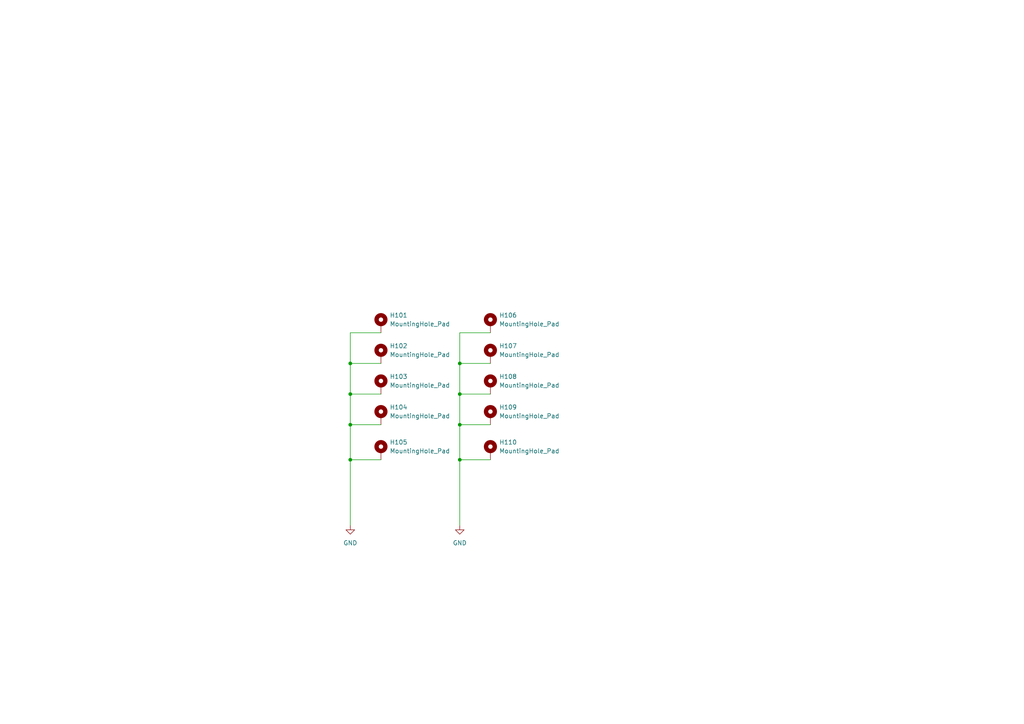
<source format=kicad_sch>
(kicad_sch (version 20231120) (generator "eeschema") (generator_version "8.0")
  (paper "A4")
  (title_block (title "bac Magnetorquer Placeholder XY 3U v1") (date "2025-03-20") (rev "2") (company "Build a CubeSat") (comment 1 "Manuel Imboden") (comment 2 "CC BY-SA 4.0") (comment 3 "https://buildacubesat.space"))
  (lib_symbols
    (symbol "Mechanical:MountingHole_Pad" (pin_numbers hide) (pin_names (offset 1.016) hide) (exclude_from_sim yes) (in_bom no)
      (property "Reference" "H" (at 0 6.35 0))
      (property "Value" "MountingHole_Pad" (at 0 4.445 0))
      (symbol "MountingHole_Pad_0_1"
        (circle (center 0 1.27) (radius 1.27) (stroke (width 1.27)))
      )
      (symbol "MountingHole_Pad_1_1"
        (pin input line (at 0 -2.54 90) (length 2.54) (name "1") (number "1"))
      )
    )
    (symbol "power:GND" (power) (pin_numbers hide) (pin_names (offset 0) hide)
      (property "Value" "GND" (at 0 -3.81 0))
      (symbol "GND_0_1"
        (polyline (pts (xy 0 0) (xy 0 -1.27) (xy 1.27 -1.27) (xy 0 -2.54) (xy -1.27 -1.27) (xy 0 -1.27)))
      )
      (symbol "GND_1_1"
        (pin power_in line (at 0 0 270) (length 0) (name "~") (number "1"))
      )
    )
  )
  (junction (at 101.6 105.41))
  (junction (at 133.35 133.35))
  (junction (at 101.6 133.35))
  (junction (at 133.35 114.3))
  (junction (at 133.35 105.41))
  (junction (at 101.6 114.3))
  (junction (at 101.6 123.19))
  (junction (at 133.35 123.19))
  (wire (pts (xy 101.6 133.35) (xy 101.6 152.4)))
  (wire (pts (xy 133.35 133.35) (xy 133.35 152.4)))
  (wire (pts (xy 101.6 114.3) (xy 110.49 114.3)))
  (wire (pts (xy 133.35 96.52) (xy 133.35 105.41)))
  (wire (pts (xy 101.6 105.41) (xy 101.6 114.3)))
  (wire (pts (xy 101.6 133.35) (xy 110.49 133.35)))
  (wire (pts (xy 133.35 133.35) (xy 142.24 133.35)))
  (wire (pts (xy 133.35 114.3) (xy 142.24 114.3)))
  (wire (pts (xy 101.6 96.52) (xy 101.6 105.41)))
  (wire (pts (xy 133.35 105.41) (xy 133.35 114.3)))
  (wire (pts (xy 142.24 96.52) (xy 133.35 96.52)))
  (wire (pts (xy 101.6 114.3) (xy 101.6 123.19)))
  (wire (pts (xy 110.49 96.52) (xy 101.6 96.52)))
  (wire (pts (xy 101.6 123.19) (xy 101.6 133.35)))
  (wire (pts (xy 133.35 123.19) (xy 133.35 133.35)))
  (wire (pts (xy 101.6 105.41) (xy 110.49 105.41)))
  (wire (pts (xy 133.35 105.41) (xy 142.24 105.41)))
  (wire (pts (xy 133.35 114.3) (xy 133.35 123.19)))
  (wire (pts (xy 101.6 123.19) (xy 110.49 123.19)))
  (wire (pts (xy 133.35 123.19) (xy 142.24 123.19)))
  (symbol (lib_id "Mechanical:MountingHole_Pad") (at 110.49 93.98 0) (unit 1) (exclude_from_sim yes) (in_bom no)
    (property "Reference" "H101" (at 113.03 91.4399 0) (effects (justify left)))
    (property "Value" "MountingHole_Pad" (at 113.03 93.9799 0) (effects (justify left)))
    (property "Footprint" "MountingHole:MountingHole_3.2mm_M3_ISO14580_Pad_TopBottom" (effects (hide yes)))
    (property "Description" "Mounting Hole with connection" (effects (hide yes)))
  )
  (symbol (lib_id "Mechanical:MountingHole_Pad") (at 142.24 130.81 0) (unit 1) (exclude_from_sim yes) (in_bom no)
    (property "Reference" "H110" (at 144.78 128.2699 0) (effects (justify left)))
    (property "Value" "MountingHole_Pad" (at 144.78 130.8099 0) (effects (justify left)))
    (property "Footprint" "MountingHole:MountingHole_3.2mm_M3_ISO14580_Pad_TopBottom" (effects (hide yes)))
    (property "Description" "Mounting Hole with connection" (effects (hide yes)))
  )
  (symbol (lib_id "Mechanical:MountingHole_Pad") (at 110.49 120.65 0) (unit 1) (exclude_from_sim yes) (in_bom no)
    (property "Reference" "H104" (at 113.03 118.1099 0) (effects (justify left)))
    (property "Value" "MountingHole_Pad" (at 113.03 120.6499 0) (effects (justify left)))
    (property "Footprint" "MountingHole:MountingHole_3.2mm_M3_ISO14580_Pad_TopBottom" (effects (hide yes)))
    (property "Description" "Mounting Hole with connection" (effects (hide yes)))
  )
  (symbol (lib_id "Mechanical:MountingHole_Pad") (at 142.24 93.98 0) (unit 1) (exclude_from_sim yes) (in_bom no)
    (property "Reference" "H106" (at 144.78 91.4399 0) (effects (justify left)))
    (property "Value" "MountingHole_Pad" (at 144.78 93.9799 0) (effects (justify left)))
    (property "Footprint" "MountingHole:MountingHole_3.2mm_M3_ISO14580_Pad_TopBottom" (effects (hide yes)))
    (property "Description" "Mounting Hole with connection" (effects (hide yes)))
  )
  (symbol (lib_id "Mechanical:MountingHole_Pad") (at 142.24 102.87 0) (unit 1) (exclude_from_sim yes) (in_bom no)
    (property "Reference" "H107" (at 144.78 100.3299 0) (effects (justify left)))
    (property "Value" "MountingHole_Pad" (at 144.78 102.8699 0) (effects (justify left)))
    (property "Footprint" "MountingHole:MountingHole_3.2mm_M3_ISO14580_Pad_TopBottom" (effects (hide yes)))
    (property "Description" "Mounting Hole with connection" (effects (hide yes)))
  )
  (symbol (lib_id "Mechanical:MountingHole_Pad") (at 142.24 111.76 0) (unit 1) (exclude_from_sim yes) (in_bom no)
    (property "Reference" "H108" (at 144.78 109.2199 0) (effects (justify left)))
    (property "Value" "MountingHole_Pad" (at 144.78 111.7599 0) (effects (justify left)))
    (property "Footprint" "MountingHole:MountingHole_3.2mm_M3_ISO14580_Pad_TopBottom" (effects (hide yes)))
    (property "Description" "Mounting Hole with connection" (effects (hide yes)))
  )
  (symbol (lib_id "Mechanical:MountingHole_Pad") (at 110.49 130.81 0) (unit 1) (exclude_from_sim yes) (in_bom no)
    (property "Reference" "H105" (at 113.03 128.2699 0) (effects (justify left)))
    (property "Value" "MountingHole_Pad" (at 113.03 130.8099 0) (effects (justify left)))
    (property "Footprint" "MountingHole:MountingHole_3.2mm_M3_ISO14580_Pad_TopBottom" (effects (hide yes)))
    (property "Description" "Mounting Hole with connection" (effects (hide yes)))
  )
  (symbol (lib_id "power:GND") (at 133.35 152.4 0) (unit 1)
    (property "Reference" "#PWR102" (effects (hide yes)))
    (property "Value" "GND" (at 133.35 157.48 0))
    (property "Description" "Power symbol creates a global label with name \"GND\" , ground" (effects (hide yes)))
  )
  (symbol (lib_id "power:GND") (at 101.6 152.4 0) (unit 1)
    (property "Reference" "#PWR101" (effects (hide yes)))
    (property "Value" "GND" (at 101.6 157.48 0))
    (property "Description" "Power symbol creates a global label with name \"GND\" , ground" (effects (hide yes)))
  )
  (symbol (lib_id "Mechanical:MountingHole_Pad") (at 110.49 111.76 0) (unit 1) (exclude_from_sim yes) (in_bom no)
    (property "Reference" "H103" (at 113.03 109.2199 0) (effects (justify left)))
    (property "Value" "MountingHole_Pad" (at 113.03 111.7599 0) (effects (justify left)))
    (property "Footprint" "MountingHole:MountingHole_3.2mm_M3_ISO14580_Pad_TopBottom" (effects (hide yes)))
    (property "Description" "Mounting Hole with connection" (effects (hide yes)))
  )
  (symbol (lib_id "Mechanical:MountingHole_Pad") (at 142.24 120.65 0) (unit 1) (exclude_from_sim yes) (in_bom no)
    (property "Reference" "H109" (at 144.78 118.1099 0) (effects (justify left)))
    (property "Value" "MountingHole_Pad" (at 144.78 120.6499 0) (effects (justify left)))
    (property "Footprint" "MountingHole:MountingHole_3.2mm_M3_ISO14580_Pad_TopBottom" (effects (hide yes)))
    (property "Description" "Mounting Hole with connection" (effects (hide yes)))
  )
  (symbol (lib_id "Mechanical:MountingHole_Pad") (at 110.49 102.87 0) (unit 1) (exclude_from_sim yes) (in_bom no)
    (property "Reference" "H102" (at 113.03 100.3299 0) (effects (justify left)))
    (property "Value" "MountingHole_Pad" (at 113.03 102.8699 0) (effects (justify left)))
    (property "Footprint" "MountingHole:MountingHole_3.2mm_M3_ISO14580_Pad_TopBottom" (effects (hide yes)))
    (property "Description" "Mounting Hole with connection" (effects (hide yes)))
  )
)
</source>
